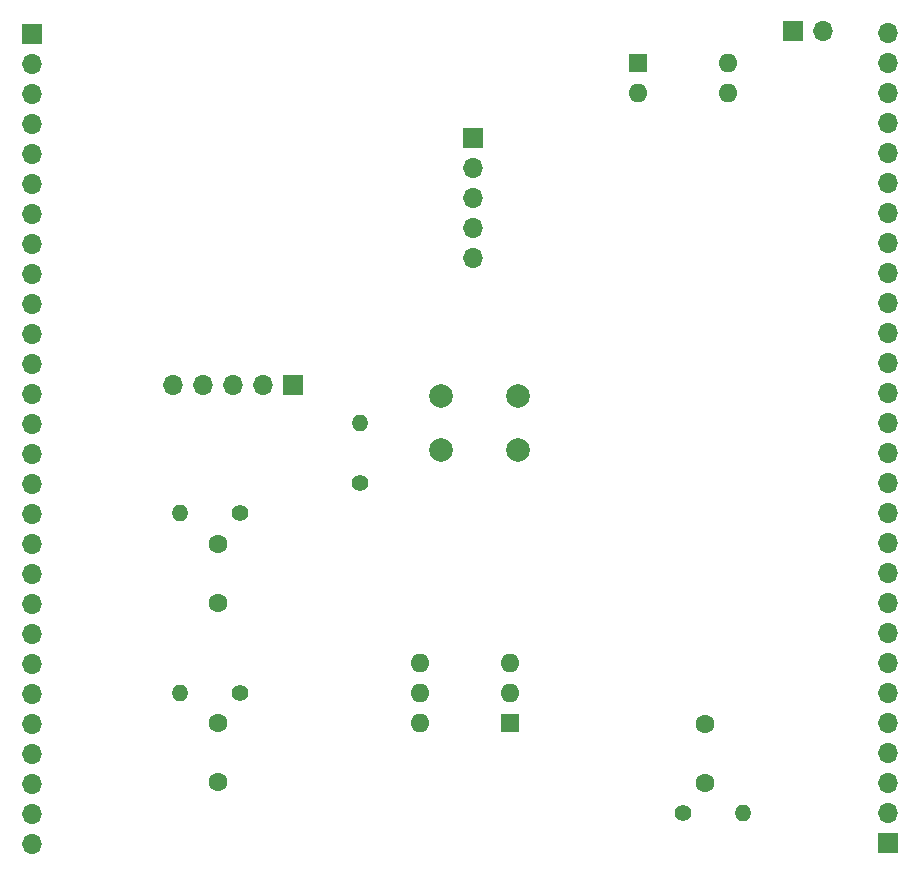
<source format=gbr>
%TF.GenerationSoftware,KiCad,Pcbnew,7.0.7*%
%TF.CreationDate,2024-01-26T20:02:37-03:00*%
%TF.ProjectId,hack_soc_shield,6861636b-5f73-46f6-935f-736869656c64,rev?*%
%TF.SameCoordinates,PX26ed550PY6160b60*%
%TF.FileFunction,Soldermask,Bot*%
%TF.FilePolarity,Negative*%
%FSLAX46Y46*%
G04 Gerber Fmt 4.6, Leading zero omitted, Abs format (unit mm)*
G04 Created by KiCad (PCBNEW 7.0.7) date 2024-01-26 20:02:37*
%MOMM*%
%LPD*%
G01*
G04 APERTURE LIST*
%ADD10R,1.700000X1.700000*%
%ADD11O,1.700000X1.700000*%
%ADD12C,2.000000*%
%ADD13C,1.600000*%
%ADD14C,1.400000*%
%ADD15O,1.400000X1.400000*%
%ADD16R,1.600000X1.600000*%
%ADD17O,1.600000X1.600000*%
G04 APERTURE END LIST*
D10*
%TO.C,J5*%
X23952000Y41783000D03*
D11*
X21412000Y41783000D03*
X18872000Y41783000D03*
X16332000Y41783000D03*
X13792000Y41783000D03*
%TD*%
D12*
%TO.C,SW1*%
X36502000Y40858000D03*
X43002000Y40858000D03*
X36502000Y36358000D03*
X43002000Y36358000D03*
%TD*%
D13*
%TO.C,C3*%
X17602000Y23368000D03*
X17602000Y28368000D03*
%TD*%
%TO.C,C2*%
X17602000Y8168000D03*
X17602000Y13168000D03*
%TD*%
D10*
%TO.C,J1*%
X39192000Y62738000D03*
D11*
X39192000Y60198000D03*
X39192000Y57658000D03*
X39192000Y55118000D03*
X39192000Y52578000D03*
%TD*%
D14*
%TO.C,R2*%
X19507000Y15748000D03*
D15*
X14427000Y15748000D03*
%TD*%
D16*
%TO.C,SW3*%
X42367000Y13208000D03*
D17*
X42367000Y15748000D03*
X42367000Y18288000D03*
X34747000Y18288000D03*
X34747000Y15748000D03*
X34747000Y13208000D03*
%TD*%
D10*
%TO.C,J10*%
X1854000Y71526400D03*
D11*
X1854000Y68986400D03*
X1854000Y66446400D03*
X1854000Y63906400D03*
X1854000Y61366400D03*
X1854000Y58826400D03*
X1854000Y56286400D03*
X1854000Y53746400D03*
X1854000Y51206400D03*
X1854000Y48666400D03*
X1854000Y46126400D03*
X1854000Y43586400D03*
X1854000Y41046400D03*
X1854000Y38506400D03*
X1854000Y35966400D03*
X1854000Y33426400D03*
X1854000Y30886400D03*
X1854000Y28346400D03*
X1854000Y25806400D03*
X1854000Y23266400D03*
X1854000Y20726400D03*
X1854000Y18186400D03*
X1854000Y15646400D03*
X1854000Y13106400D03*
X1854000Y10566400D03*
X1854000Y8026400D03*
X1854000Y5486400D03*
X1854000Y2946400D03*
%TD*%
D14*
%TO.C,R3*%
X19507000Y30988000D03*
D15*
X14427000Y30988000D03*
%TD*%
D10*
%TO.C,J11*%
X74345600Y3048000D03*
D11*
X74345600Y5588000D03*
X74345600Y8128000D03*
X74345600Y10668000D03*
X74345600Y13208000D03*
X74345600Y15748000D03*
X74345600Y18288000D03*
X74345600Y20828000D03*
X74345600Y23368000D03*
X74345600Y25908000D03*
X74345600Y28448000D03*
X74345600Y30988000D03*
X74345600Y33528000D03*
X74345600Y36068000D03*
X74345600Y38608000D03*
X74345600Y41148000D03*
X74345600Y43688000D03*
X74345600Y46228000D03*
X74345600Y48768000D03*
X74345600Y51308000D03*
X74345600Y53848000D03*
X74345600Y56388000D03*
X74345600Y58928000D03*
X74345600Y61468000D03*
X74345600Y64008000D03*
X74345600Y66548000D03*
X74345600Y69088000D03*
X74345600Y71628000D03*
%TD*%
D13*
%TO.C,C1*%
X58877000Y13128000D03*
X58877000Y8128000D03*
%TD*%
D16*
%TO.C,SW2*%
X53204500Y69093000D03*
D17*
X53204500Y66553000D03*
X60824500Y66553000D03*
X60824500Y69093000D03*
%TD*%
D14*
%TO.C,R4*%
X29667000Y33528000D03*
D15*
X29667000Y38608000D03*
%TD*%
D14*
%TO.C,R1*%
X56972000Y5588000D03*
D15*
X62052000Y5588000D03*
%TD*%
D10*
%TO.C,J2*%
X66273400Y71780400D03*
D11*
X68813400Y71780400D03*
%TD*%
M02*

</source>
